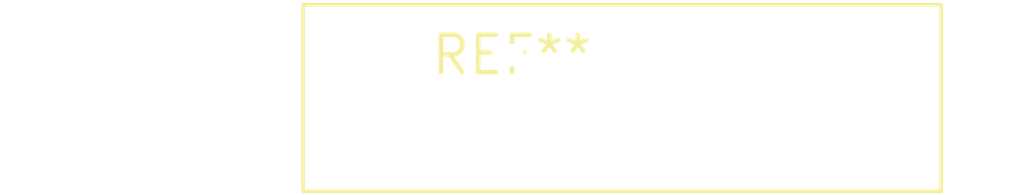
<source format=kicad_pcb>
(kicad_pcb (version 20240108) (generator pcbnew)
  (layers (0 "F.Cu" signal) (31 "B.Cu" signal) (34 "B.Paste" user) (35 "F.Paste" user) (36 "B.SilkS" user "B.Silkscreen") (37 "F.SilkS" user "F.Silkscreen") (38 "B.Mask" user) (39 "F.Mask" user) (44 "Edge.Cuts" user))
  (net 0 "")
  (footprint "RV_Disc_D21.5mm_W6.1mm_P7.5mm" (layer "F.Cu") (at 0 0)
    (property "Reference" "REF**")
    (property "Value" "RV_Disc_D21.5mm_W6.1mm_P7.5mm")
    (fp_line (start -7.112 -1.7145) (end 14.605 -1.7145) (layer "F.SilkS") (stroke (width 0.12)))
    (fp_line (start -7.112 4.6355) (end -7.112 -1.7145) (layer "F.SilkS") (stroke (width 0.12)))
    (fp_line (start 14.605 -1.7145) (end 14.605 4.6355) (layer "F.SilkS") (stroke (width 0.12)))
    (fp_line (start 14.605 4.6355) (end -7.112 4.6355) (layer "F.SilkS") (stroke (width 0.12)))
    (pad "1" thru_hole circle (at 0 0) (size 1.8 1.8) (drill 0.8) (layers *.Cu *.Mask) (remove_unused_layers))
    (pad "2" thru_hole circle (at 7.5 2.9) (size 1.8 1.8) (drill 0.8) (layers *.Cu *.Mask) (remove_unused_layers))
  )
)
</source>
